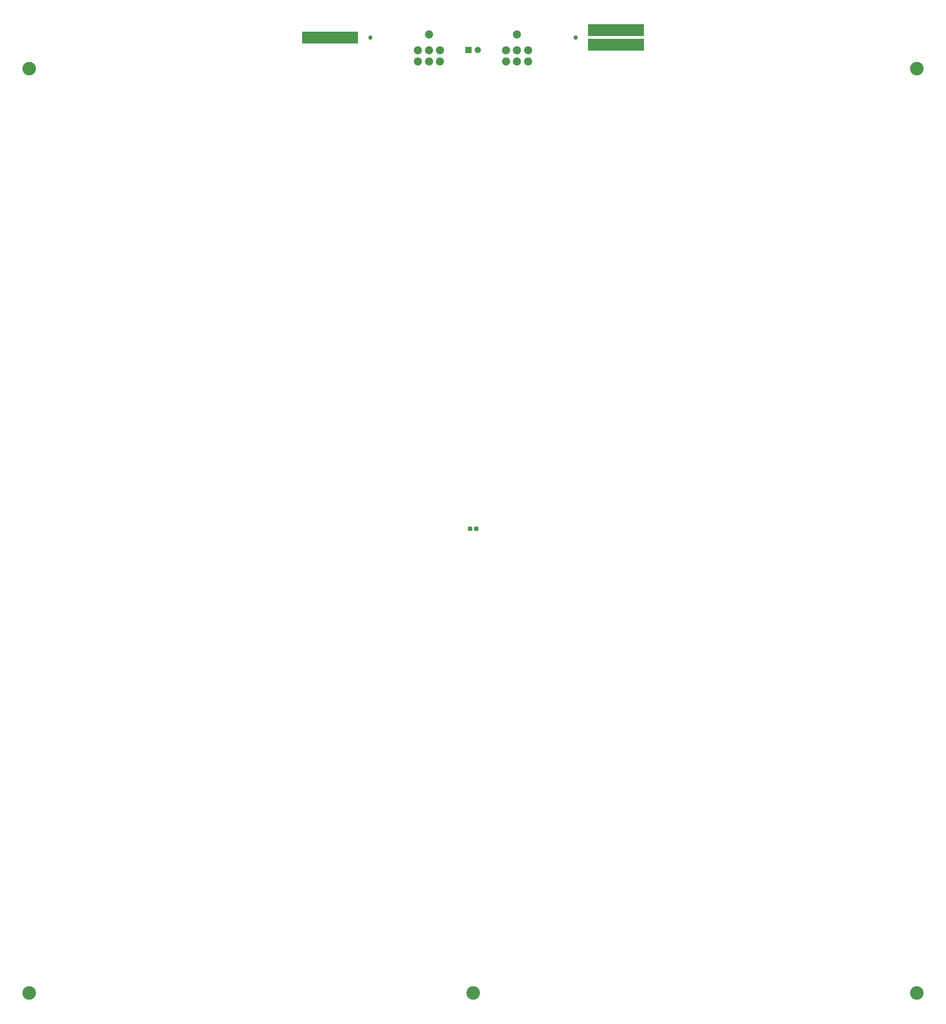
<source format=gbs>
G04 Layer_Color=16711935*
%FSLAX44Y44*%
%MOMM*%
G71*
G01*
G75*
%ADD28R,15.2032X3.2032*%
%ADD29C,1.7032*%
%ADD30R,1.7032X1.7032*%
%ADD31C,1.2032*%
%ADD32C,2.2032*%
%ADD33C,3.7032*%
G04:AMPARAMS|DCode=34|XSize=1.2032mm|YSize=1.1032mm|CornerRadius=0.2141mm|HoleSize=0mm|Usage=FLASHONLY|Rotation=270.000|XOffset=0mm|YOffset=0mm|HoleType=Round|Shape=RoundedRectangle|*
%AMROUNDEDRECTD34*
21,1,1.2032,0.6750,0,0,270.0*
21,1,0.7750,1.1032,0,0,270.0*
1,1,0.4282,-0.3375,-0.3875*
1,1,0.4282,-0.3375,0.3875*
1,1,0.4282,0.3375,0.3875*
1,1,0.4282,0.3375,-0.3875*
%
%ADD34ROUNDEDRECTD34*%
D28*
X810000Y140000D02*
D03*
X1590000Y160000D02*
D03*
Y120000D02*
D03*
D29*
X1212700Y105601D02*
D03*
D30*
X1187300D02*
D03*
D31*
X1480000Y140000D02*
D03*
X920000D02*
D03*
D32*
X1080000Y148201D02*
D03*
X1110000Y75001D02*
D03*
X1080000D02*
D03*
X1050000D02*
D03*
X1110000Y105001D02*
D03*
X1080000D02*
D03*
X1050000D02*
D03*
X1320000Y148201D02*
D03*
X1350000Y75001D02*
D03*
X1320000D02*
D03*
X1290000D02*
D03*
X1350000Y105001D02*
D03*
X1320000D02*
D03*
X1290000D02*
D03*
D33*
X2410000Y55001D02*
D03*
Y-2465000D02*
D03*
X1200000Y-2465000D02*
D03*
X-10000Y-2465000D02*
D03*
X-10000Y55000D02*
D03*
D34*
X1208500Y-1200000D02*
D03*
X1191500D02*
D03*
M02*

</source>
